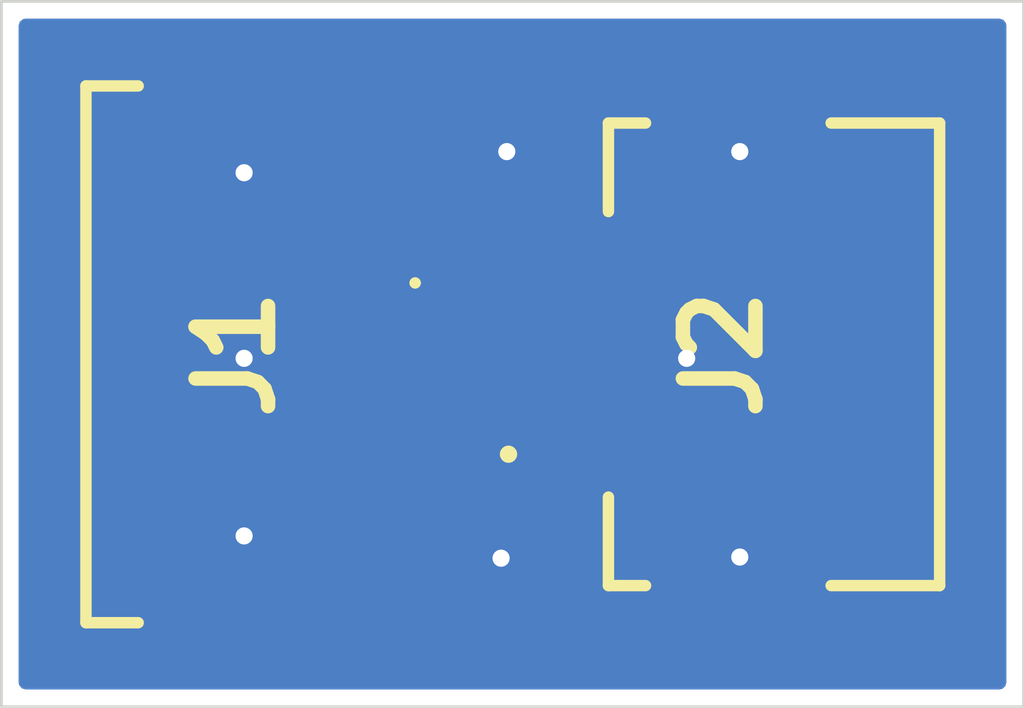
<source format=kicad_pcb>
(kicad_pcb (version 20241229) (generator "pcbnew") (generator_version "9.0")
  (layers (0 "F.Cu" signal) (2 "B.Cu" signal) (13 "F.Paste" user) (15 "B.Paste" user) (5 "F.SilkS" user "F.Silkscreen") (7 "B.SilkS" user "B.Silkscreen") (1 "F.Mask" user) (3 "B.Mask" user) (25 "Edge.Cuts" user))
  (net 0 "")
  (net 1 "AVSS")
  (net 2 "Net-(J1-Pad1)")
  (net 3 "Net-(J1-Pad4)")
  (net 4 "Net-(J1-Pad3)")
  (net 5 "Net-(J1-Pad2)")
  (net 6 "Net-(J1-Pad5)")
  (net 7 "Net-(J1-Pad6)")
  (footprint "foots:68710614522" (layer "F.Cu") (at 115.97 52.205 -90)
    (property "Reference" "J1" (at 0 0 90) (layer "F.SilkS") (effects (font (size 1.27 1.27) (thickness 0.254))))
    (property "Value" "68710614522" (hide yes))
    (fp_line (start -4.7 2.615) (end 4.7 2.615) (stroke (width 0.2)) (layer "F.SilkS"))
    (fp_line (start 4.7 2.615) (end 4.7 1.7) (stroke (width 0.2)) (layer "F.SilkS"))
    (fp_line (start -4.7 1.7) (end -4.7 2.615) (stroke (width 0.2)) (layer "F.SilkS"))
    (fp_line (start -1.25 -3.1) (end -1.25 -3.1) (stroke (width 0.1)) (layer "F.SilkS"))
    (fp_line (start -1.25 -3.2) (end -1.25 -3.2) (stroke (width 0.1)) (layer "F.SilkS"))
    (fp_arc (start -1.25 -3.1) (mid -1.3 -3.15) (end -1.25 -3.2) (stroke (width 0.1)) (layer "F.SilkS"))
    (fp_arc (start -1.25 -3.2) (mid -1.2 -3.15) (end -1.25 -3.1) (stroke (width 0.1)) (layer "F.SilkS"))
    (pad "1" smd rect (at -1.25 -2.015 270) (size 0.3 1.2) (layers "F.Cu" "F.Mask" "F.Paste") (net 2 "Net-(J1-Pad1)"))
    (pad "2" smd rect (at -0.75 -2.015 270) (size 0.3 1.2) (layers "F.Cu" "F.Mask" "F.Paste") (net 5 "Net-(J1-Pad2)"))
    (pad "3" smd rect (at -0.25 -2.015 270) (size 0.3 1.2) (layers "F.Cu" "F.Mask" "F.Paste") (net 4 "Net-(J1-Pad3)"))
    (pad "4" smd rect (at 0.25 -2.015 270) (size 0.3 1.2) (layers "F.Cu" "F.Mask" "F.Paste") (net 3 "Net-(J1-Pad4)"))
    (pad "5" smd rect (at 0.75 -2.015 270) (size 0.3 1.2) (layers "F.Cu" "F.Mask" "F.Paste") (net 6 "Net-(J1-Pad5)"))
    (pad "6" smd rect (at 1.25 -2.015 270) (size 0.3 1.2) (layers "F.Cu" "F.Mask" "F.Paste") (net 7 "Net-(J1-Pad6)"))
    (pad "7" smd rect (at -3.18 -0.155 270) (size 2.7 3) (layers "F.Cu" "F.Mask" "F.Paste") (net 1 "AVSS"))
    (pad "8" smd rect (at 3.18 -0.155 270) (size 2.7 3) (layers "F.Cu" "F.Mask" "F.Paste") (net 1 "AVSS"))
  )
  (footprint "foots:687108149022" (layer "F.Cu") (at 124.805 52.205 90)
    (property "Reference" "J2" (at 0 -0.3 90) (layer "F.SilkS") (effects (font (size 1.27 1.27) (thickness 0.254))))
    (property "Value" "687108149022" (hide yes))
    (fp_line (start -1.75 -4.1) (end -1.75 -4.1) (stroke (width 0.2)) (layer "F.SilkS"))
    (fp_line (start -1.75 -4) (end -1.75 -4) (stroke (width 0.2)) (layer "F.SilkS"))
    (fp_line (start -1.75 -4) (end -1.75 -4) (stroke (width 0.2)) (layer "F.SilkS"))
    (fp_line (start 4.05 -2.3) (end 4.05 -1.65) (stroke (width 0.2)) (layer "F.SilkS"))
    (fp_line (start 2.5 -2.3) (end 4.05 -2.3) (stroke (width 0.2)) (layer "F.SilkS"))
    (fp_line (start -4.05 -2.3) (end -2.5 -2.3) (stroke (width 0.2)) (layer "F.SilkS"))
    (fp_line (start -4.05 -1.65) (end -4.05 -2.3) (stroke (width 0.2)) (layer "F.SilkS"))
    (fp_line (start -4.05 1.6) (end -4.05 3.5) (stroke (width 0.2)) (layer "F.SilkS"))
    (fp_line (start 4.05 3.5) (end 4.05 1.6) (stroke (width 0.2)) (layer "F.SilkS"))
    (fp_line (start -4.05 3.5) (end 4.05 3.5) (stroke (width 0.2)) (layer "F.SilkS"))
    (fp_arc (start -1.75 -4.1) (mid -1.7 -4.05) (end -1.75 -4) (stroke (width 0.2)) (layer "F.SilkS"))
    (fp_arc (start -1.75 -4.1) (mid -1.7 -4.05) (end -1.75 -4) (stroke (width 0.2)) (layer "F.SilkS"))
    (fp_arc (start -1.75 -4) (mid -1.8 -4.05) (end -1.75 -4.1) (stroke (width 0.2)) (layer "F.SilkS"))
    (pad "1" smd rect (at -1.75 -2.75 90) (size 0.3 1.3) (layers "F.Cu" "F.Mask" "F.Paste") (net 7 "Net-(J1-Pad6)"))
    (pad "2" smd rect (at -1.25 -2.75 90) (size 0.3 1.3) (layers "F.Cu" "F.Mask" "F.Paste") (net 6 "Net-(J1-Pad5)"))
    (pad "3" smd rect (at -0.75 -2.75 90) (size 0.3 1.3) (layers "F.Cu" "F.Mask" "F.Paste") (net 1 "AVSS"))
    (pad "4" smd rect (at -0.25 -2.75 90) (size 0.3 1.3) (layers "F.Cu" "F.Mask" "F.Paste") (net 3 "Net-(J1-Pad4)"))
    (pad "5" smd rect (at 0.25 -2.75 90) (size 0.3 1.3) (layers "F.Cu" "F.Mask" "F.Paste") (net 4 "Net-(J1-Pad3)"))
    (pad "6" smd rect (at 0.75 -2.75 90) (size 0.3 1.3) (layers "F.Cu" "F.Mask" "F.Paste") (net 1 "AVSS"))
    (pad "7" smd rect (at 1.25 -2.75 90) (size 0.3 1.3) (layers "F.Cu" "F.Mask" "F.Paste") (net 5 "Net-(J1-Pad2)"))
    (pad "8" smd rect (at 1.75 -2.75 90) (size 0.3 1.3) (layers "F.Cu" "F.Mask" "F.Paste") (net 2 "Net-(J1-Pad1)"))
    (pad "MP1" smd rect (at -3.55 0 180) (size 1.8 2) (layers "F.Cu" "F.Mask" "F.Paste") (net 1 "AVSS"))
    (pad "MP2" smd rect (at 3.55 0 180) (size 1.8 2) (layers "F.Cu" "F.Mask" "F.Paste") (net 1 "AVSS"))
  )
  (gr_rect (start 111.875 46.025) (end 129.775 58.375) (stroke (width 0.05)) (fill no) (layer "Edge.Cuts"))
  (segment (start 122.055 51.455) (end 122.945 51.455) (width 0.3) (layer "F.Cu") (net 1))
  (segment (start 124.805 50.775) (end 124.805 48.655) (width 1) (layer "F.Cu") (net 1))
  (segment (start 123.055 52.955) (end 123.125 53.025) (width 0.3) (layer "F.Cu") (net 1))
  (segment (start 124.805 52.175) (end 124.805 50.775) (width 1) (layer "F.Cu") (net 1))
  (segment (start 116.615 55.875) (end 116.125 55.385) (width 1) (layer "F.Cu") (net 1))
  (segment (start 123.125 53.025) (end 123.375 53.025) (width 0.3) (layer "F.Cu") (net 1))
  (segment (start 120.725 48.655) (end 116.495 48.655) (width 1) (layer "F.Cu") (net 1))
  (segment (start 120.775 55.755) (end 116.495 55.755) (width 1) (layer "F.Cu") (net 1))
  (segment (start 116.125 52.225) (end 116.125 49.025) (width 1) (layer "F.Cu") (net 1))
  (segment (start 123.125 51.275) (end 123.375 51.275) (width 0.3) (layer "F.Cu") (net 1))
  (segment (start 122.945 51.455) (end 123.125 51.275) (width 0.3) (layer "F.Cu") (net 1))
  (segment (start 116.495 48.655) (end 116.125 49.025) (width 1) (layer "F.Cu") (net 1))
  (segment (start 124.805 55.755) (end 124.805 52.175) (width 1) (layer "F.Cu") (net 1))
  (segment (start 116.495 55.755) (end 116.125 55.385) (width 1) (layer "F.Cu") (net 1))
  (segment (start 116.125 55.385) (end 116.125 52.225) (width 1) (layer "F.Cu") (net 1))
  (segment (start 122.055 52.955) (end 123.055 52.955) (width 0.3) (layer "F.Cu") (net 1))
  (segment (start 124.805 48.655) (end 120.725 48.655) (width 1) (layer "F.Cu") (net 1))
  (segment (start 124.805 55.755) (end 120.775 55.755) (width 1) (layer "F.Cu") (net 1))
  (via (at 123.875 52.275) (size 0.8) (drill 0.3) (layers "F.Cu" "B.Cu") (net 1))
  (via (at 120.725 48.655) (size 0.8) (drill 0.3) (layers "F.Cu" "B.Cu") (net 1))
  (via (at 116.125 52.275) (size 0.8) (drill 0.3) (layers "F.Cu" "B.Cu") (net 1))
  (via (at 120.625 55.775) (size 0.8) (drill 0.3) (layers "F.Cu" "B.Cu") (net 1))
  (via (at 116.125 55.385) (size 0.8) (drill 0.3) (layers "F.Cu" "B.Cu") (net 1))
  (via (at 116.125 49.025) (size 0.8) (drill 0.3) (layers "F.Cu" "B.Cu") (net 1))
  (via (at 124.805 48.655) (size 0.8) (drill 0.3) (layers "F.Cu" "B.Cu") (net 1))
  (via (at 124.805 55.755) (size 0.8) (drill 0.3) (layers "F.Cu" "B.Cu") (net 1))
  (segment (start 120.424 50.455) (end 119.875 51.004) (width 0.25) (layer "F.Cu") (net 2))
  (segment (start 119.875 51.004) (end 119.826 50.955) (width 0.25) (layer "F.Cu") (net 2))
  (segment (start 122.055 50.455) (end 120.424 50.455) (width 0.25) (layer "F.Cu") (net 2))
  (segment (start 119.826 50.955) (end 117.985 50.955) (width 0.25) (layer "F.Cu") (net 2))
  (segment (start 122.055 52.455) (end 117.985 52.455) (width 0.3) (layer "F.Cu") (net 3))
  (segment (start 122.055 51.955) (end 117.985 51.955) (width 0.25) (layer "F.Cu") (net 4))
  (segment (start 120.945 50.955) (end 120.445 51.455) (width 0.25) (layer "F.Cu") (net 5))
  (segment (start 120.445 51.455) (end 117.985 51.455) (width 0.25) (layer "F.Cu") (net 5))
  (segment (start 122.055 50.955) (end 120.945 50.955) (width 0.25) (layer "F.Cu") (net 5))
  (segment (start 120.351 52.955) (end 117.985 52.955) (width 0.25) (layer "F.Cu") (net 6))
  (segment (start 122.055 53.455) (end 120.899 53.455) (width 0.25) (layer "F.Cu") (net 6))
  (segment (start 120.375 52.931) (end 120.351 52.955) (width 0.25) (layer "F.Cu") (net 6))
  (segment (start 120.899 53.455) (end 120.375 52.931) (width 0.25) (layer "F.Cu") (net 6))
  (segment (start 121.445 53.955) (end 121.375 54.025) (width 0.25) (layer "F.Cu") (net 7))
  (segment (start 120.494 54.025) (end 119.875 53.406) (width 0.25) (layer "F.Cu") (net 7))
  (segment (start 121.375 54.025) (end 120.494 54.025) (width 0.25) (layer "F.Cu") (net 7))
  (segment (start 122.055 53.955) (end 121.445 53.955) (width 0.25) (layer "F.Cu") (net 7))
  (segment (start 119.875 53.406) (end 119.826 53.455) (width 0.25) (layer "F.Cu") (net 7))
  (segment (start 119.826 53.455) (end 117.985 53.455) (width 0.25) (layer "F.Cu") (net 7))
  (zone (net 1) (net_name "AVSS") (layer "F.Cu") (priority 1) (connect_pads yes (clearance 0.4)) (min_thickness 0.15) (fill yes (thermal_gap 0.5) (thermal_bridge_width 0.5))
    (polygon (pts (xy 124.805 55.025) (xy 124.805 49.025) (xy 123.125 49.025) (xy 123.125 55.525) (xy 124.875 55.525)))
  )
  (zone (net 1) (net_name "AVSS") (layer "B.Cu") (connect_pads yes (clearance 0.4)) (min_thickness 0.25) (fill yes (thermal_gap 0.5) (thermal_bridge_width 0.5))
    (polygon (pts (xy 111.875 58.375) (xy 111.875 46.025) (xy 129.775 46.025) (xy 129.775 58.375)))
  )
)
</source>
